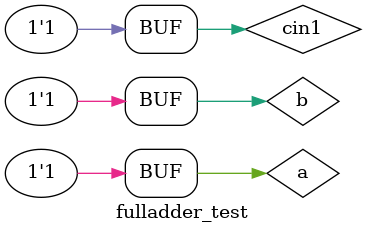
<source format=v>
module fulladder(x,y,cin,c,s);
input x,y,cin;
output c,s;
wire w1,w2,w3;
xor (s,x,y,cin);
and (w1,y,cin);
and (w2,x,cin);
and (w3,x,y);
or(c,w1,w2,w3);
endmodule

module fulladder_test;
reg a,b,cin1;
wire c1,s1;
fulladder test(.x(a), .y(b), .cin(cin1), .c(c1), .s(s1));
initial begin 
$monitor("x=%b , y=%b , cin=%b : c=%b , s=%b",a,b,cin1,c1,s1);
a=1'b0;b=1'b0;cin1=1'b0;
#15
a=1'b0;b=1'b0;cin1=1'b1;
#15
a=1'b0;b=1'b1;cin1=1'b0;
#15
a=1'b0;b=1'b1;cin1=1'b1;
#15
a=1'b1;b=1'b0;cin1=1'b0;
#15
a=1'b1;b=1'b0;cin1=1'b1;
#15
a=1'b1;b=1'b1;cin1=1'b0;
#15
a=1'b1;b=1'b1;cin1=1'b1;
end 
endmodule

</source>
